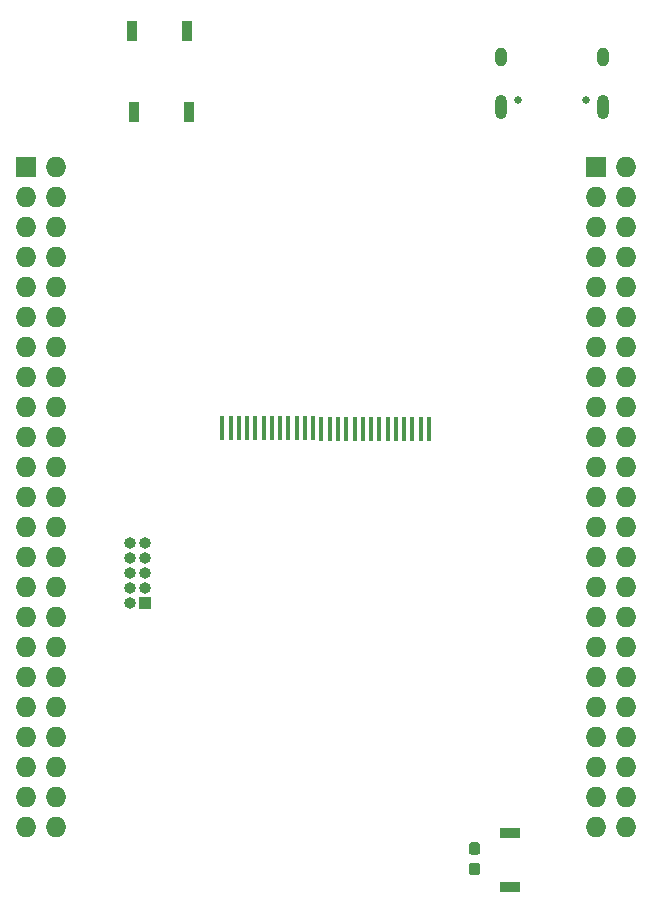
<source format=gbr>
%TF.GenerationSoftware,KiCad,Pcbnew,(5.1.7-0-10_14)*%
%TF.CreationDate,2020-11-05T11:20:50+08:00*%
%TF.ProjectId,bbb_cape,6262625f-6361-4706-952e-6b696361645f,rev?*%
%TF.SameCoordinates,Original*%
%TF.FileFunction,Soldermask,Top*%
%TF.FilePolarity,Negative*%
%FSLAX46Y46*%
G04 Gerber Fmt 4.6, Leading zero omitted, Abs format (unit mm)*
G04 Created by KiCad (PCBNEW (5.1.7-0-10_14)) date 2020-11-05 11:20:50*
%MOMM*%
%LPD*%
G01*
G04 APERTURE LIST*
%ADD10O,1.000000X1.000000*%
%ADD11R,1.000000X1.000000*%
%ADD12R,0.899998X1.699997*%
%ADD13R,0.399999X1.999996*%
%ADD14O,1.000000X2.100000*%
%ADD15C,0.650000*%
%ADD16O,1.000000X1.600000*%
%ADD17R,1.699997X0.899998*%
%ADD18R,1.727200X1.727200*%
%ADD19O,1.727200X1.727200*%
G04 APERTURE END LIST*
D10*
%TO.C,CON1*%
X126485100Y-94222400D03*
X125215100Y-94222400D03*
X126485100Y-95492400D03*
X125215100Y-95492400D03*
X126485100Y-96762400D03*
X125215100Y-96762400D03*
X126485100Y-98032400D03*
X125215100Y-98032400D03*
X125215100Y-99302400D03*
D11*
X126485100Y-99302400D03*
%TD*%
D12*
%TO.C,SW3*%
X125560130Y-57752400D03*
X130160070Y-57752400D03*
%TD*%
%TO.C,SW2*%
X125410160Y-50872400D03*
X130010100Y-50872400D03*
%TD*%
D13*
%TO.C,OLED1*%
X150510146Y-84517480D03*
X149810122Y-84517480D03*
X141410088Y-84517480D03*
X142110112Y-84517480D03*
X143510160Y-84517480D03*
X142810136Y-84517480D03*
X144910208Y-84517480D03*
X144210184Y-84517480D03*
X148410074Y-84517480D03*
X149110098Y-84517480D03*
X147010026Y-84517480D03*
X147710050Y-84517480D03*
X146310002Y-84517480D03*
X145609978Y-84517480D03*
X137210198Y-84507320D03*
X137910222Y-84507320D03*
X139310016Y-84507320D03*
X138609992Y-84507320D03*
X140710064Y-84507320D03*
X140010040Y-84507320D03*
X135810150Y-84507320D03*
X136510174Y-84507320D03*
X134410102Y-84507320D03*
X135110126Y-84507320D03*
X133710078Y-84507320D03*
X133010054Y-84507320D03*
%TD*%
D14*
%TO.C,J1*%
X165260100Y-57252400D03*
X156620100Y-57252400D03*
D15*
X158050100Y-56722400D03*
D16*
X156620100Y-53072400D03*
D15*
X163830100Y-56722400D03*
D16*
X165260100Y-53072400D03*
%TD*%
D17*
%TO.C,SW1*%
X157360100Y-118722430D03*
X157360100Y-123322370D03*
%TD*%
%TO.C,C1*%
G36*
G01*
X154607600Y-120617400D02*
X154132600Y-120617400D01*
G75*
G02*
X153895100Y-120379900I0J237500D01*
G01*
X153895100Y-119779900D01*
G75*
G02*
X154132600Y-119542400I237500J0D01*
G01*
X154607600Y-119542400D01*
G75*
G02*
X154845100Y-119779900I0J-237500D01*
G01*
X154845100Y-120379900D01*
G75*
G02*
X154607600Y-120617400I-237500J0D01*
G01*
G37*
G36*
G01*
X154607600Y-122342400D02*
X154132600Y-122342400D01*
G75*
G02*
X153895100Y-122104900I0J237500D01*
G01*
X153895100Y-121504900D01*
G75*
G02*
X154132600Y-121267400I237500J0D01*
G01*
X154607600Y-121267400D01*
G75*
G02*
X154845100Y-121504900I0J-237500D01*
G01*
X154845100Y-122104900D01*
G75*
G02*
X154607600Y-122342400I-237500J0D01*
G01*
G37*
%TD*%
D18*
%TO.C,P8*%
X164630100Y-62382400D03*
D19*
X167170100Y-62382400D03*
X164630100Y-64922400D03*
X167170100Y-64922400D03*
X164630100Y-67462400D03*
X167170100Y-67462400D03*
X164630100Y-70002400D03*
X167170100Y-70002400D03*
X164630100Y-72542400D03*
X167170100Y-72542400D03*
X164630100Y-75082400D03*
X167170100Y-75082400D03*
X164630100Y-77622400D03*
X167170100Y-77622400D03*
X164630100Y-80162400D03*
X167170100Y-80162400D03*
X164630100Y-82702400D03*
X167170100Y-82702400D03*
X164630100Y-85242400D03*
X167170100Y-85242400D03*
X164630100Y-87782400D03*
X167170100Y-87782400D03*
X164630100Y-90322400D03*
X167170100Y-90322400D03*
X164630100Y-92862400D03*
X167170100Y-92862400D03*
X164630100Y-95402400D03*
X167170100Y-95402400D03*
X164630100Y-97942400D03*
X167170100Y-97942400D03*
X164630100Y-100482400D03*
X167170100Y-100482400D03*
X164630100Y-103022400D03*
X167170100Y-103022400D03*
X164630100Y-105562400D03*
X167170100Y-105562400D03*
X164630100Y-108102400D03*
X167170100Y-108102400D03*
X164630100Y-110642400D03*
X167170100Y-110642400D03*
X164630100Y-113182400D03*
X167170100Y-113182400D03*
X164630100Y-115722400D03*
X167170100Y-115722400D03*
X164630100Y-118262400D03*
X167170100Y-118262400D03*
%TD*%
D18*
%TO.C,P9*%
X116370100Y-62382400D03*
D19*
X118910100Y-62382400D03*
X116370100Y-64922400D03*
X118910100Y-64922400D03*
X116370100Y-67462400D03*
X118910100Y-67462400D03*
X116370100Y-70002400D03*
X118910100Y-70002400D03*
X116370100Y-72542400D03*
X118910100Y-72542400D03*
X116370100Y-75082400D03*
X118910100Y-75082400D03*
X116370100Y-77622400D03*
X118910100Y-77622400D03*
X116370100Y-80162400D03*
X118910100Y-80162400D03*
X116370100Y-82702400D03*
X118910100Y-82702400D03*
X116370100Y-85242400D03*
X118910100Y-85242400D03*
X116370100Y-87782400D03*
X118910100Y-87782400D03*
X116370100Y-90322400D03*
X118910100Y-90322400D03*
X116370100Y-92862400D03*
X118910100Y-92862400D03*
X116370100Y-95402400D03*
X118910100Y-95402400D03*
X116370100Y-97942400D03*
X118910100Y-97942400D03*
X116370100Y-100482400D03*
X118910100Y-100482400D03*
X116370100Y-103022400D03*
X118910100Y-103022400D03*
X116370100Y-105562400D03*
X118910100Y-105562400D03*
X116370100Y-108102400D03*
X118910100Y-108102400D03*
X116370100Y-110642400D03*
X118910100Y-110642400D03*
X116370100Y-113182400D03*
X118910100Y-113182400D03*
X116370100Y-115722400D03*
X118910100Y-115722400D03*
X116370100Y-118262400D03*
X118910100Y-118262400D03*
%TD*%
M02*

</source>
